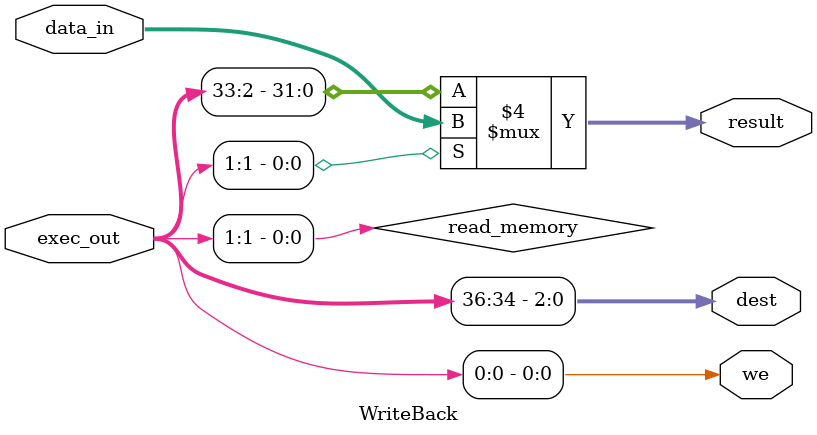
<source format=v>
`timescale 1ns / 1ps


module WriteBack(
    input wire [31:0] data_in,
    input wire [41:0] exec_out,
    output reg we,
    output reg [2:0] dest,
    output reg [31:0] result
    );

reg read_memory;
    
always @(*)
begin
    read_memory = exec_out[1:1]; 
    we = exec_out[0:0];
    dest = exec_out[36:34]; 
    if (read_memory == 1) begin
        result = data_in;
    end
    else begin
        result = exec_out[34:2];
    end
end    
endmodule

</source>
